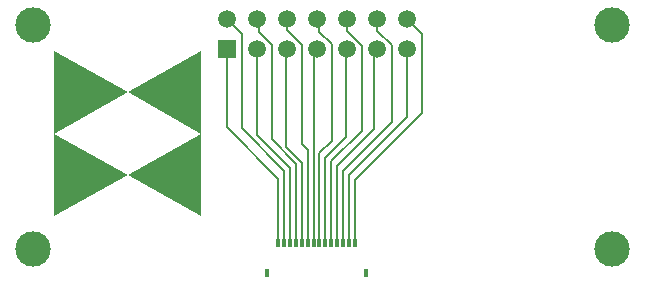
<source format=gtl>
G04*
G04 #@! TF.GenerationSoftware,Altium Limited,Altium Designer,23.10.1 (27)*
G04*
G04 Layer_Physical_Order=1*
G04 Layer_Color=255*
%FSLAX44Y44*%
%MOMM*%
G71*
G04*
G04 #@! TF.SameCoordinates,E8663D54-F838-47F8-9E7A-4E2C6B29C732*
G04*
G04*
G04 #@! TF.FilePolarity,Positive*
G04*
G01*
G75*
%ADD12R,0.3000X0.8000*%
%ADD13R,0.4000X0.8000*%
%ADD19C,0.2040*%
%ADD20C,1.5000*%
%ADD21R,1.5000X1.5000*%
%ADD22C,3.0000*%
G36*
X172577Y197592D02*
Y197156D01*
Y196894D01*
Y196458D01*
Y195934D01*
Y195323D01*
Y194624D01*
Y193751D01*
Y192791D01*
Y191656D01*
Y190434D01*
Y189037D01*
Y187466D01*
Y185720D01*
Y183712D01*
Y181617D01*
Y179347D01*
Y176815D01*
Y174109D01*
Y171141D01*
Y167910D01*
Y164506D01*
Y160926D01*
Y156998D01*
Y152808D01*
Y148355D01*
Y143641D01*
Y138665D01*
Y133427D01*
X172577Y127840D01*
Y58000D01*
X110288Y92920D01*
X172577Y127840D01*
X110288Y162760D01*
X172577Y197680D01*
Y197592D01*
D02*
G37*
G36*
X110288Y162760D02*
X48000Y127840D01*
X110288Y92920D01*
X48000Y58000D01*
Y127840D01*
X48000Y133427D01*
Y138665D01*
Y143641D01*
Y148355D01*
Y152808D01*
Y156998D01*
Y160926D01*
Y164506D01*
Y167910D01*
Y171141D01*
Y174109D01*
Y176815D01*
Y179347D01*
Y181616D01*
Y183712D01*
Y185720D01*
Y187466D01*
Y189037D01*
Y190434D01*
Y191656D01*
Y192791D01*
Y193751D01*
Y194624D01*
Y195323D01*
Y195934D01*
Y196458D01*
Y196894D01*
Y197156D01*
Y197592D01*
Y197680D01*
X110288Y162760D01*
D02*
G37*
D12*
X302500Y35220D02*
D03*
X297500D02*
D03*
X292500D02*
D03*
X287500D02*
D03*
X282500D02*
D03*
X277500D02*
D03*
X272500D02*
D03*
X267500D02*
D03*
X262500D02*
D03*
X257500D02*
D03*
X252500D02*
D03*
X247500D02*
D03*
X242500D02*
D03*
X237500D02*
D03*
D13*
X228000Y10220D02*
D03*
X312000D02*
D03*
D19*
X193800Y133200D02*
Y199440D01*
X319000Y132000D02*
Y199440D01*
X219501Y126499D02*
Y199440D01*
X272500Y35220D02*
Y111748D01*
X282700Y121947D01*
X302500Y35220D02*
Y88500D01*
X359000Y145000D01*
X346200Y224840D02*
X359000Y212040D01*
Y145000D02*
Y212040D01*
X321255Y214745D02*
Y224385D01*
X320800Y224840D02*
X321255Y224385D01*
Y214745D02*
X333500Y202500D01*
Y137500D02*
Y202500D01*
X295400Y214600D02*
Y224840D01*
Y214600D02*
X308100Y201900D01*
X295000Y125000D02*
Y199440D01*
X282700Y121947D02*
Y203300D01*
X272000Y214000D02*
X282700Y203300D01*
X272000Y214000D02*
Y222840D01*
X270000Y224840D02*
X272000Y222840D01*
X267860Y35582D02*
Y199440D01*
X244600Y215400D02*
X257300Y202700D01*
X244600Y215400D02*
Y224840D01*
X257300Y119447D02*
Y202700D01*
X244000Y116770D02*
Y199440D01*
X221000Y214000D02*
Y223040D01*
X219200Y224840D02*
X221000Y223040D01*
Y214000D02*
X231900Y203100D01*
X193800Y224840D02*
X206500Y212140D01*
X237500Y35220D02*
Y89500D01*
X193800Y133200D02*
X237500Y89500D01*
X206500Y132500D02*
Y212140D01*
Y132500D02*
X242500Y96500D01*
X219501Y126499D02*
X247500Y98500D01*
Y35222D02*
Y98500D01*
X297500Y35222D02*
Y92500D01*
X347000Y142000D01*
Y201000D01*
X292500Y35222D02*
Y96500D01*
X333500Y137500D01*
X287500Y35222D02*
Y100500D01*
X319000Y132000D01*
X282500Y35222D02*
Y104500D01*
X308100Y130100D01*
X277500Y107500D02*
X295000Y125000D01*
X308100Y130100D02*
Y201900D01*
X277500Y35222D02*
Y107500D01*
X267500Y35222D02*
X267860Y35582D01*
X262500Y35222D02*
Y114247D01*
X257300Y119447D02*
X262500Y114247D01*
X231900Y123100D02*
X252500Y102500D01*
Y35222D02*
Y102500D01*
X244000Y116770D02*
X257500Y103270D01*
Y35222D02*
Y103270D01*
X231900Y123100D02*
Y203100D01*
X242500Y35222D02*
Y96500D01*
D20*
X244600Y224840D02*
D03*
X320800D02*
D03*
X244600Y199440D02*
D03*
X320800D02*
D03*
X193800Y224840D02*
D03*
X219200D02*
D03*
X270000D02*
D03*
X295400D02*
D03*
X346200D02*
D03*
X219200Y199440D02*
D03*
X295400D02*
D03*
X270000D02*
D03*
X346200D02*
D03*
D21*
X193800D02*
D03*
D22*
X520000Y30000D02*
D03*
Y220000D02*
D03*
X30000D02*
D03*
Y30000D02*
D03*
M02*

</source>
